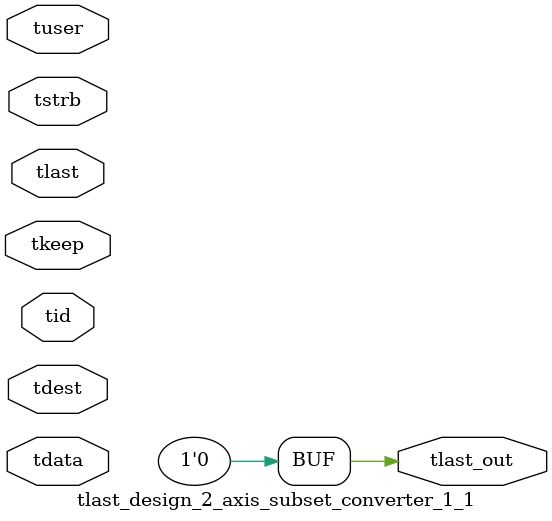
<source format=v>


`timescale 1ps/1ps

module tlast_design_2_axis_subset_converter_1_1 #
(
parameter C_S_AXIS_TID_WIDTH   = 1,
parameter C_S_AXIS_TUSER_WIDTH = 0,
parameter C_S_AXIS_TDATA_WIDTH = 0,
parameter C_S_AXIS_TDEST_WIDTH = 0
)
(
input  [(C_S_AXIS_TID_WIDTH   == 0 ? 1 : C_S_AXIS_TID_WIDTH)-1:0       ] tid,
input  [(C_S_AXIS_TDATA_WIDTH == 0 ? 1 : C_S_AXIS_TDATA_WIDTH)-1:0     ] tdata,
input  [(C_S_AXIS_TUSER_WIDTH == 0 ? 1 : C_S_AXIS_TUSER_WIDTH)-1:0     ] tuser,
input  [(C_S_AXIS_TDEST_WIDTH == 0 ? 1 : C_S_AXIS_TDEST_WIDTH)-1:0     ] tdest,
input  [(C_S_AXIS_TDATA_WIDTH/8)-1:0 ] tkeep,
input  [(C_S_AXIS_TDATA_WIDTH/8)-1:0 ] tstrb,
input  [0:0]                                                             tlast,
output                                                                   tlast_out
);

assign tlast_out = {1'b0};

endmodule


</source>
